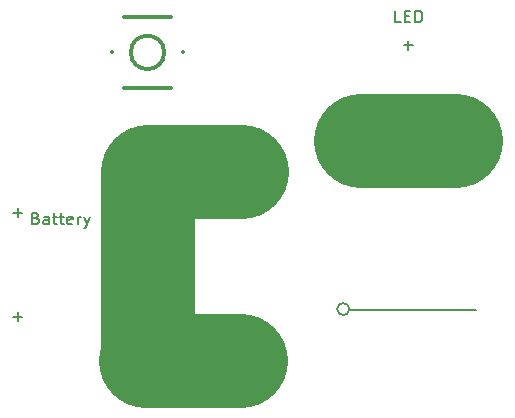
<source format=gto>
%TF.GenerationSoftware,KiCad,Pcbnew,4.0.4+e1-6308~48~ubuntu16.04.1-stable*%
%TF.CreationDate,2016-12-29T12:41:29-08:00*%
%TF.ProjectId,LegoLED-Button-Battery,4C65676F4C45442D427574746F6E2D42,rev?*%
%TF.FileFunction,Legend,Top*%
%FSLAX46Y46*%
G04 Gerber Fmt 4.6, Leading zero omitted, Abs format (unit mm)*
G04 Created by KiCad (PCBNEW 4.0.4+e1-6308~48~ubuntu16.04.1-stable) date Thu Dec 29 12:41:29 2016*
%MOMM*%
%LPD*%
G01*
G04 APERTURE LIST*
%ADD10C,0.350000*%
%ADD11C,0.150000*%
%ADD12C,8.000000*%
%ADD13C,0.152400*%
G04 APERTURE END LIST*
D10*
D11*
X155290601Y-92456601D02*
X159290601Y-92456601D01*
X155290601Y-86456601D02*
X159290601Y-86456601D01*
D10*
X154290601Y-89456601D02*
X154290601Y-89456601D01*
X159290601Y-92456601D02*
X155290601Y-92456601D01*
X159290601Y-86456601D02*
X155290601Y-86456601D01*
X160290601Y-89456601D02*
X160290601Y-89456601D01*
X158704815Y-89456601D02*
G75*
G03X158704815Y-89456601I-1414214J0D01*
G01*
D12*
X157301200Y-99568000D02*
X157301200Y-115568000D01*
X165301200Y-99568000D02*
X157301200Y-99568000D01*
X165201200Y-115568000D02*
X157201200Y-115568000D01*
D13*
X174434500Y-111252000D02*
X185102500Y-111252000D01*
X174371933Y-111188500D02*
G75*
G03X174371933Y-111188500I-508933J0D01*
G01*
D12*
X183388000Y-96964500D02*
X175388000Y-96964500D01*
D11*
X180888000Y-95194500D02*
X177888000Y-95194500D01*
X147829771Y-103496571D02*
X147972628Y-103544190D01*
X148020247Y-103591810D01*
X148067866Y-103687048D01*
X148067866Y-103829905D01*
X148020247Y-103925143D01*
X147972628Y-103972762D01*
X147877390Y-104020381D01*
X147496437Y-104020381D01*
X147496437Y-103020381D01*
X147829771Y-103020381D01*
X147925009Y-103068000D01*
X147972628Y-103115619D01*
X148020247Y-103210857D01*
X148020247Y-103306095D01*
X147972628Y-103401333D01*
X147925009Y-103448952D01*
X147829771Y-103496571D01*
X147496437Y-103496571D01*
X148925009Y-104020381D02*
X148925009Y-103496571D01*
X148877390Y-103401333D01*
X148782152Y-103353714D01*
X148591675Y-103353714D01*
X148496437Y-103401333D01*
X148925009Y-103972762D02*
X148829771Y-104020381D01*
X148591675Y-104020381D01*
X148496437Y-103972762D01*
X148448818Y-103877524D01*
X148448818Y-103782286D01*
X148496437Y-103687048D01*
X148591675Y-103639429D01*
X148829771Y-103639429D01*
X148925009Y-103591810D01*
X149258342Y-103353714D02*
X149639294Y-103353714D01*
X149401199Y-103020381D02*
X149401199Y-103877524D01*
X149448818Y-103972762D01*
X149544056Y-104020381D01*
X149639294Y-104020381D01*
X149829771Y-103353714D02*
X150210723Y-103353714D01*
X149972628Y-103020381D02*
X149972628Y-103877524D01*
X150020247Y-103972762D01*
X150115485Y-104020381D01*
X150210723Y-104020381D01*
X150925010Y-103972762D02*
X150829772Y-104020381D01*
X150639295Y-104020381D01*
X150544057Y-103972762D01*
X150496438Y-103877524D01*
X150496438Y-103496571D01*
X150544057Y-103401333D01*
X150639295Y-103353714D01*
X150829772Y-103353714D01*
X150925010Y-103401333D01*
X150972629Y-103496571D01*
X150972629Y-103591810D01*
X150496438Y-103687048D01*
X151401200Y-104020381D02*
X151401200Y-103353714D01*
X151401200Y-103544190D02*
X151448819Y-103448952D01*
X151496438Y-103401333D01*
X151591676Y-103353714D01*
X151686915Y-103353714D01*
X151925010Y-103353714D02*
X152163105Y-104020381D01*
X152401201Y-103353714D02*
X152163105Y-104020381D01*
X152067867Y-104258476D01*
X152020248Y-104306095D01*
X151925010Y-104353714D01*
X145920248Y-111839429D02*
X146682153Y-111839429D01*
X146301201Y-112220381D02*
X146301201Y-111458476D01*
X145920248Y-103039429D02*
X146682153Y-103039429D01*
X146301201Y-103420381D02*
X146301201Y-102658476D01*
X178745143Y-86916881D02*
X178268952Y-86916881D01*
X178268952Y-85916881D01*
X179078476Y-86393071D02*
X179411810Y-86393071D01*
X179554667Y-86916881D02*
X179078476Y-86916881D01*
X179078476Y-85916881D01*
X179554667Y-85916881D01*
X179983238Y-86916881D02*
X179983238Y-85916881D01*
X180221333Y-85916881D01*
X180364191Y-85964500D01*
X180459429Y-86059738D01*
X180507048Y-86154976D01*
X180554667Y-86345452D01*
X180554667Y-86488310D01*
X180507048Y-86678786D01*
X180459429Y-86774024D01*
X180364191Y-86869262D01*
X180221333Y-86916881D01*
X179983238Y-86916881D01*
X179007048Y-88835929D02*
X179768953Y-88835929D01*
X179388001Y-89216881D02*
X179388001Y-88454976D01*
M02*

</source>
